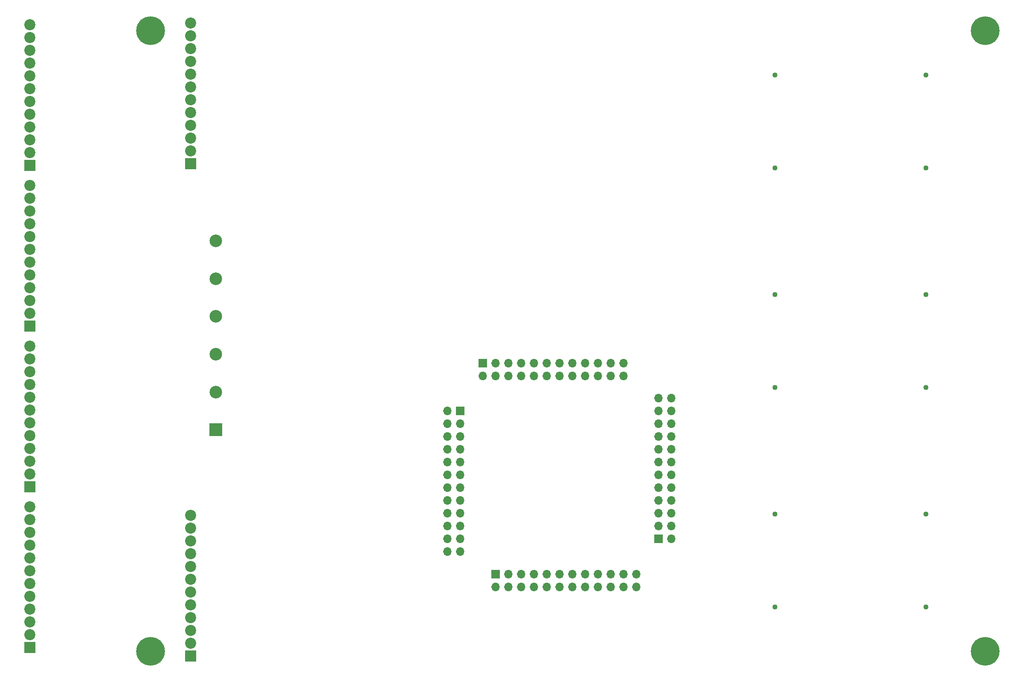
<source format=gbr>
%TF.GenerationSoftware,KiCad,Pcbnew,(6.0.11-0)*%
%TF.CreationDate,2023-06-08T09:18:10-04:00*%
%TF.ProjectId,Mux64,4d757836-342e-46b6-9963-61645f706362,rev?*%
%TF.SameCoordinates,Original*%
%TF.FileFunction,Soldermask,Bot*%
%TF.FilePolarity,Negative*%
%FSLAX46Y46*%
G04 Gerber Fmt 4.6, Leading zero omitted, Abs format (unit mm)*
G04 Created by KiCad (PCBNEW (6.0.11-0)) date 2023-06-08 09:18:10*
%MOMM*%
%LPD*%
G01*
G04 APERTURE LIST*
%ADD10R,2.500000X2.500000*%
%ADD11C,2.500000*%
%ADD12R,1.700000X1.700000*%
%ADD13O,1.700000X1.700000*%
%ADD14R,2.200000X2.200000*%
%ADD15C,2.200000*%
%ADD16C,1.020000*%
%ADD17C,5.700000*%
G04 APERTURE END LIST*
D10*
%TO.C,J12*%
X97920000Y-107640000D03*
D11*
X97920000Y-100140000D03*
X97920000Y-92640000D03*
X97920000Y-85140000D03*
X97920000Y-77640000D03*
X97920000Y-70140000D03*
%TD*%
D12*
%TO.C,J7*%
X146470000Y-103910000D03*
D13*
X143930000Y-103910000D03*
X146470000Y-106450000D03*
X143930000Y-106450000D03*
X146470000Y-108990000D03*
X143930000Y-108990000D03*
X146470000Y-111530000D03*
X143930000Y-111530000D03*
X146470000Y-114070000D03*
X143930000Y-114070000D03*
X146470000Y-116610000D03*
X143930000Y-116610000D03*
X146470000Y-119150000D03*
X143930000Y-119150000D03*
X146470000Y-121690000D03*
X143930000Y-121690000D03*
X146470000Y-124230000D03*
X143930000Y-124230000D03*
X146470000Y-126770000D03*
X143930000Y-126770000D03*
X146470000Y-129310000D03*
X143930000Y-129310000D03*
X146470000Y-131850000D03*
X143930000Y-131850000D03*
%TD*%
D12*
%TO.C,J8*%
X153455000Y-136295000D03*
D13*
X153455000Y-138835000D03*
X155995000Y-136295000D03*
X155995000Y-138835000D03*
X158535000Y-136295000D03*
X158535000Y-138835000D03*
X161075000Y-136295000D03*
X161075000Y-138835000D03*
X163615000Y-136295000D03*
X163615000Y-138835000D03*
X166155000Y-136295000D03*
X166155000Y-138835000D03*
X168695000Y-136295000D03*
X168695000Y-138835000D03*
X171235000Y-136295000D03*
X171235000Y-138835000D03*
X173775000Y-136295000D03*
X173775000Y-138835000D03*
X176315000Y-136295000D03*
X176315000Y-138835000D03*
X178855000Y-136295000D03*
X178855000Y-138835000D03*
X181395000Y-136295000D03*
X181395000Y-138835000D03*
%TD*%
D14*
%TO.C,J16*%
X61040000Y-87030000D03*
D15*
X61040000Y-84490000D03*
X61040000Y-81950000D03*
X61040000Y-79410000D03*
X61040000Y-76870000D03*
X61040000Y-74330000D03*
X61040000Y-71790000D03*
X61040000Y-69250000D03*
X61040000Y-66710000D03*
X61040000Y-64170000D03*
X61040000Y-61630000D03*
X61040000Y-59090000D03*
%TD*%
D16*
%TO.C,J1*%
X208910000Y-124390000D03*
X208910000Y-142870000D03*
%TD*%
D12*
%TO.C,J10*%
X150915000Y-94385000D03*
D13*
X150915000Y-96925000D03*
X153455000Y-94385000D03*
X153455000Y-96925000D03*
X155995000Y-94385000D03*
X155995000Y-96925000D03*
X158535000Y-94385000D03*
X158535000Y-96925000D03*
X161075000Y-94385000D03*
X161075000Y-96925000D03*
X163615000Y-94385000D03*
X163615000Y-96925000D03*
X166155000Y-94385000D03*
X166155000Y-96925000D03*
X168695000Y-94385000D03*
X168695000Y-96925000D03*
X171235000Y-94385000D03*
X171235000Y-96925000D03*
X173775000Y-94385000D03*
X173775000Y-96925000D03*
X176315000Y-94385000D03*
X176315000Y-96925000D03*
X178855000Y-94385000D03*
X178855000Y-96925000D03*
%TD*%
D14*
%TO.C,J13*%
X61030000Y-118970000D03*
D15*
X61030000Y-116430000D03*
X61030000Y-113890000D03*
X61030000Y-111350000D03*
X61030000Y-108810000D03*
X61030000Y-106270000D03*
X61030000Y-103730000D03*
X61030000Y-101190000D03*
X61030000Y-98650000D03*
X61030000Y-96110000D03*
X61030000Y-93570000D03*
X61030000Y-91030000D03*
%TD*%
D17*
%TO.C,H2*%
X85000000Y-151680000D03*
%TD*%
D14*
%TO.C,J11*%
X61022500Y-150901000D03*
D15*
X61022500Y-148361000D03*
X61022500Y-145821000D03*
X61022500Y-143281000D03*
X61022500Y-140741000D03*
X61022500Y-138201000D03*
X61022500Y-135661000D03*
X61022500Y-133121000D03*
X61022500Y-130581000D03*
X61022500Y-128041000D03*
X61022500Y-125501000D03*
X61022500Y-122961000D03*
%TD*%
D17*
%TO.C,H1*%
X250700000Y-151680000D03*
%TD*%
D14*
%TO.C,J18*%
X61050000Y-55100000D03*
D15*
X61050000Y-52560000D03*
X61050000Y-50020000D03*
X61050000Y-47480000D03*
X61050000Y-44940000D03*
X61050000Y-42400000D03*
X61050000Y-39860000D03*
X61050000Y-37320000D03*
X61050000Y-34780000D03*
X61050000Y-32240000D03*
X61050000Y-29700000D03*
X61050000Y-27160000D03*
%TD*%
D16*
%TO.C,J4*%
X238910000Y-37190000D03*
X238910000Y-55670000D03*
%TD*%
D14*
%TO.C,J14*%
X92920000Y-152570000D03*
D15*
X92920000Y-150030000D03*
X92920000Y-147490000D03*
X92920000Y-144950000D03*
X92920000Y-142410000D03*
X92920000Y-139870000D03*
X92920000Y-137330000D03*
X92920000Y-134790000D03*
X92920000Y-132250000D03*
X92920000Y-129710000D03*
X92920000Y-127170000D03*
X92920000Y-124630000D03*
%TD*%
D14*
%TO.C,J17*%
X92920000Y-54800000D03*
D15*
X92920000Y-52260000D03*
X92920000Y-49720000D03*
X92920000Y-47180000D03*
X92920000Y-44640000D03*
X92920000Y-42100000D03*
X92920000Y-39560000D03*
X92920000Y-37020000D03*
X92920000Y-34480000D03*
X92920000Y-31940000D03*
X92920000Y-29400000D03*
X92920000Y-26860000D03*
%TD*%
D16*
%TO.C,J5*%
X208910000Y-99270000D03*
X208910000Y-80790000D03*
%TD*%
%TO.C,J6*%
X238910000Y-80790000D03*
X238910000Y-99270000D03*
%TD*%
%TO.C,J2*%
X208910000Y-37190000D03*
X208910000Y-55670000D03*
%TD*%
%TO.C,J3*%
X238910000Y-142870000D03*
X238910000Y-124390000D03*
%TD*%
D17*
%TO.C,H4*%
X250700000Y-28380000D03*
%TD*%
D12*
%TO.C,J9*%
X185840000Y-129310000D03*
D13*
X188380000Y-129310000D03*
X185840000Y-126770000D03*
X188380000Y-126770000D03*
X185840000Y-124230000D03*
X188380000Y-124230000D03*
X185840000Y-121690000D03*
X188380000Y-121690000D03*
X185840000Y-119150000D03*
X188380000Y-119150000D03*
X185840000Y-116610000D03*
X188380000Y-116610000D03*
X185840000Y-114070000D03*
X188380000Y-114070000D03*
X185840000Y-111530000D03*
X188380000Y-111530000D03*
X185840000Y-108990000D03*
X188380000Y-108990000D03*
X185840000Y-106450000D03*
X188380000Y-106450000D03*
X185840000Y-103910000D03*
X188380000Y-103910000D03*
X185840000Y-101370000D03*
X188380000Y-101370000D03*
%TD*%
D17*
%TO.C,H3*%
X85000000Y-28380000D03*
%TD*%
M02*

</source>
